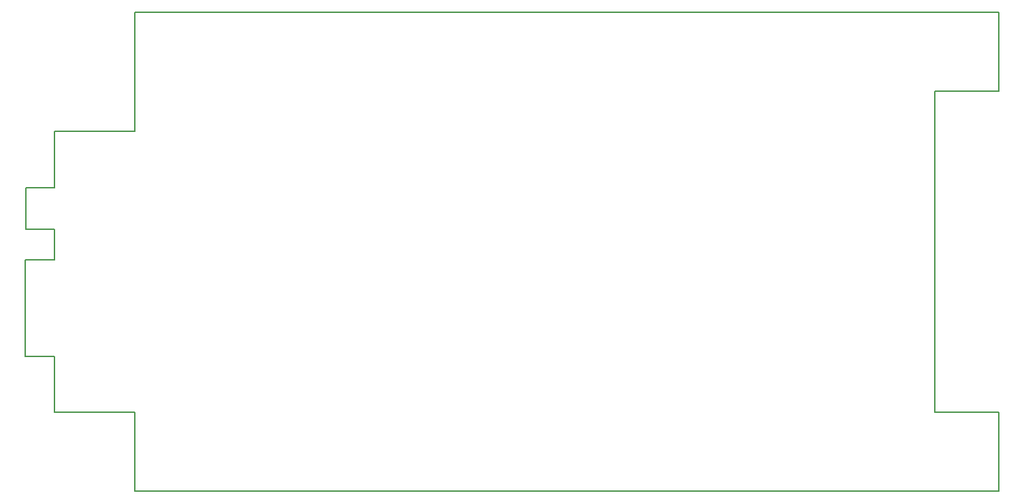
<source format=gbr>
%TF.GenerationSoftware,KiCad,Pcbnew,8.0.8+dfsg-1*%
%TF.CreationDate,2025-02-21T17:29:10+00:00*%
%TF.ProjectId,a4_to_adf10_econet,61345f74-6f5f-4616-9466-31305f65636f,rev?*%
%TF.SameCoordinates,Original*%
%TF.FileFunction,Profile,NP*%
%FSLAX46Y46*%
G04 Gerber Fmt 4.6, Leading zero omitted, Abs format (unit mm)*
G04 Created by KiCad (PCBNEW 8.0.8+dfsg-1) date 2025-02-21 17:29:10*
%MOMM*%
%LPD*%
G01*
G04 APERTURE LIST*
%TA.AperFunction,Profile*%
%ADD10C,0.200000*%
%TD*%
G04 APERTURE END LIST*
D10*
X121000000Y-29800000D02*
X113000000Y-29800000D01*
X113000000Y-69800000D01*
X121000000Y-69800000D01*
X121000000Y-79600000D01*
X19000000Y-79600000D01*
X13500000Y-79600000D01*
X13500000Y-69800000D01*
X3500000Y-69800000D01*
X3500000Y-62800000D01*
X-100000Y-62800000D01*
X-100000Y-50800000D01*
X3500000Y-50800000D01*
X3500000Y-47000000D01*
X0Y-47000000D01*
X0Y-41800000D01*
X3500000Y-41800000D01*
X3500000Y-34800000D01*
X13500000Y-34800000D01*
X13500000Y-20000000D01*
X121000000Y-20000000D01*
X121000000Y-29800000D01*
M02*

</source>
